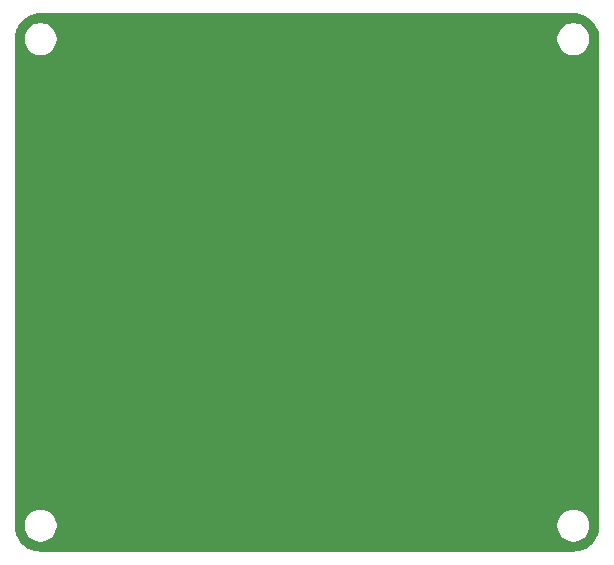
<source format=gbr>
%TF.GenerationSoftware,KiCad,Pcbnew,9.0.5-9.0.5~ubuntu24.04.1*%
%TF.CreationDate,2025-11-03T22:00:50+08:00*%
%TF.ProjectId,TPS,5450532e-6b69-4636-9164-5f7063625858,rev?*%
%TF.SameCoordinates,Original*%
%TF.FileFunction,Copper,L1,Top*%
%TF.FilePolarity,Positive*%
%FSLAX46Y46*%
G04 Gerber Fmt 4.6, Leading zero omitted, Abs format (unit mm)*
G04 Created by KiCad (PCBNEW 9.0.5-9.0.5~ubuntu24.04.1) date 2025-11-03 22:00:50*
%MOMM*%
%LPD*%
G01*
G04 APERTURE LIST*
G04 APERTURE END LIST*
%TA.AperFunction,NonConductor*%
G36*
X85778736Y-29000726D02*
G01*
X86011068Y-29014779D01*
X86019729Y-29015611D01*
X86071126Y-29022377D01*
X86077239Y-29023339D01*
X86279220Y-29060353D01*
X86288960Y-29062547D01*
X86332404Y-29074187D01*
X86337176Y-29075569D01*
X86540605Y-29138961D01*
X86551158Y-29142782D01*
X86578927Y-29154284D01*
X86582340Y-29155757D01*
X86790319Y-29249360D01*
X86803575Y-29256318D01*
X86889020Y-29307971D01*
X87018045Y-29385970D01*
X87030356Y-29394468D01*
X87227636Y-29549027D01*
X87238844Y-29558957D01*
X87416042Y-29736155D01*
X87425972Y-29747363D01*
X87532044Y-29882754D01*
X87580527Y-29944637D01*
X87589033Y-29956960D01*
X87718680Y-30171422D01*
X87725639Y-30184681D01*
X87819229Y-30392632D01*
X87820714Y-30396071D01*
X87832216Y-30423840D01*
X87836040Y-30434401D01*
X87899421Y-30637795D01*
X87900811Y-30642594D01*
X87912451Y-30686038D01*
X87914645Y-30695778D01*
X87951655Y-30897735D01*
X87952625Y-30903902D01*
X87959385Y-30955249D01*
X87960220Y-30963946D01*
X87974274Y-31196263D01*
X87974500Y-31203751D01*
X87974500Y-72382248D01*
X87974274Y-72389736D01*
X87960220Y-72622052D01*
X87959385Y-72630749D01*
X87952625Y-72682096D01*
X87951655Y-72688263D01*
X87914645Y-72890220D01*
X87912451Y-72899960D01*
X87900811Y-72943404D01*
X87899421Y-72948203D01*
X87836040Y-73151597D01*
X87832216Y-73162158D01*
X87820714Y-73189927D01*
X87819229Y-73193366D01*
X87725639Y-73401317D01*
X87718680Y-73414576D01*
X87589033Y-73629039D01*
X87580527Y-73641362D01*
X87425972Y-73838636D01*
X87416042Y-73849844D01*
X87238844Y-74027042D01*
X87227636Y-74036972D01*
X87030362Y-74191527D01*
X87018039Y-74200033D01*
X86803576Y-74329680D01*
X86790317Y-74336639D01*
X86582366Y-74430229D01*
X86578927Y-74431714D01*
X86551158Y-74443216D01*
X86540597Y-74447040D01*
X86337203Y-74510421D01*
X86332404Y-74511811D01*
X86288960Y-74523451D01*
X86279220Y-74525645D01*
X86077263Y-74562655D01*
X86071096Y-74563625D01*
X86019749Y-74570385D01*
X86011052Y-74571220D01*
X85787202Y-74584761D01*
X85778735Y-74585274D01*
X85771249Y-74585500D01*
X40664751Y-74585500D01*
X40657264Y-74585274D01*
X40647971Y-74584711D01*
X40424946Y-74571220D01*
X40416249Y-74570385D01*
X40364902Y-74563625D01*
X40358735Y-74562655D01*
X40156778Y-74525645D01*
X40147038Y-74523451D01*
X40103594Y-74511811D01*
X40098795Y-74510421D01*
X39895401Y-74447040D01*
X39884840Y-74443216D01*
X39857071Y-74431714D01*
X39853632Y-74430229D01*
X39645681Y-74336639D01*
X39632422Y-74329680D01*
X39417960Y-74200033D01*
X39405637Y-74191527D01*
X39208363Y-74036972D01*
X39197155Y-74027042D01*
X39019957Y-73849844D01*
X39010027Y-73838636D01*
X38930008Y-73736500D01*
X38855468Y-73641356D01*
X38846970Y-73629045D01*
X38718242Y-73416104D01*
X38717318Y-73414575D01*
X38710359Y-73401316D01*
X38649365Y-73265792D01*
X38616757Y-73193340D01*
X38615284Y-73189927D01*
X38603782Y-73162158D01*
X38599958Y-73151597D01*
X38581954Y-73093820D01*
X38536569Y-72948176D01*
X38535187Y-72943404D01*
X38523547Y-72899960D01*
X38521353Y-72890220D01*
X38486905Y-72702243D01*
X38484339Y-72688239D01*
X38483377Y-72682126D01*
X38476611Y-72630729D01*
X38475779Y-72622068D01*
X38461726Y-72389736D01*
X38461500Y-72382249D01*
X38461500Y-72279713D01*
X39310500Y-72279713D01*
X39310500Y-72492286D01*
X39341539Y-72688263D01*
X39343754Y-72702243D01*
X39407996Y-72899960D01*
X39409444Y-72904414D01*
X39505951Y-73093820D01*
X39630890Y-73265786D01*
X39781213Y-73416109D01*
X39953179Y-73541048D01*
X39953181Y-73541049D01*
X39953184Y-73541051D01*
X40142588Y-73637557D01*
X40344757Y-73703246D01*
X40554713Y-73736500D01*
X40554714Y-73736500D01*
X40767286Y-73736500D01*
X40767287Y-73736500D01*
X40977243Y-73703246D01*
X41179412Y-73637557D01*
X41368816Y-73541051D01*
X41390789Y-73525086D01*
X41540786Y-73416109D01*
X41540788Y-73416106D01*
X41540792Y-73416104D01*
X41691104Y-73265792D01*
X41691106Y-73265788D01*
X41691109Y-73265786D01*
X41816048Y-73093820D01*
X41816047Y-73093820D01*
X41816051Y-73093816D01*
X41912557Y-72904412D01*
X41978246Y-72702243D01*
X42011500Y-72492287D01*
X42011500Y-72279713D01*
X84424500Y-72279713D01*
X84424500Y-72492286D01*
X84455539Y-72688263D01*
X84457754Y-72702243D01*
X84521996Y-72899960D01*
X84523444Y-72904414D01*
X84619951Y-73093820D01*
X84744890Y-73265786D01*
X84895213Y-73416109D01*
X85067179Y-73541048D01*
X85067181Y-73541049D01*
X85067184Y-73541051D01*
X85256588Y-73637557D01*
X85458757Y-73703246D01*
X85668713Y-73736500D01*
X85668714Y-73736500D01*
X85881286Y-73736500D01*
X85881287Y-73736500D01*
X86091243Y-73703246D01*
X86293412Y-73637557D01*
X86482816Y-73541051D01*
X86504789Y-73525086D01*
X86654786Y-73416109D01*
X86654788Y-73416106D01*
X86654792Y-73416104D01*
X86805104Y-73265792D01*
X86805106Y-73265788D01*
X86805109Y-73265786D01*
X86930048Y-73093820D01*
X86930047Y-73093820D01*
X86930051Y-73093816D01*
X87026557Y-72904412D01*
X87092246Y-72702243D01*
X87125500Y-72492287D01*
X87125500Y-72279713D01*
X87092246Y-72069757D01*
X87026557Y-71867588D01*
X86930051Y-71678184D01*
X86930049Y-71678181D01*
X86930048Y-71678179D01*
X86805109Y-71506213D01*
X86654786Y-71355890D01*
X86482820Y-71230951D01*
X86293414Y-71134444D01*
X86293413Y-71134443D01*
X86293412Y-71134443D01*
X86091243Y-71068754D01*
X86091241Y-71068753D01*
X86091240Y-71068753D01*
X85929957Y-71043208D01*
X85881287Y-71035500D01*
X85668713Y-71035500D01*
X85620042Y-71043208D01*
X85458760Y-71068753D01*
X85256585Y-71134444D01*
X85067179Y-71230951D01*
X84895213Y-71355890D01*
X84744890Y-71506213D01*
X84619951Y-71678179D01*
X84523444Y-71867585D01*
X84457753Y-72069760D01*
X84424500Y-72279713D01*
X42011500Y-72279713D01*
X41978246Y-72069757D01*
X41912557Y-71867588D01*
X41816051Y-71678184D01*
X41816049Y-71678181D01*
X41816048Y-71678179D01*
X41691109Y-71506213D01*
X41540786Y-71355890D01*
X41368820Y-71230951D01*
X41179414Y-71134444D01*
X41179413Y-71134443D01*
X41179412Y-71134443D01*
X40977243Y-71068754D01*
X40977241Y-71068753D01*
X40977240Y-71068753D01*
X40815957Y-71043208D01*
X40767287Y-71035500D01*
X40554713Y-71035500D01*
X40506042Y-71043208D01*
X40344760Y-71068753D01*
X40142585Y-71134444D01*
X39953179Y-71230951D01*
X39781213Y-71355890D01*
X39630890Y-71506213D01*
X39505951Y-71678179D01*
X39409444Y-71867585D01*
X39343753Y-72069760D01*
X39310500Y-72279713D01*
X38461500Y-72279713D01*
X38461500Y-31203750D01*
X38461726Y-31196264D01*
X38467929Y-31093713D01*
X39310500Y-31093713D01*
X39310500Y-31306286D01*
X39343753Y-31516239D01*
X39409444Y-31718414D01*
X39505951Y-31907820D01*
X39630890Y-32079786D01*
X39781213Y-32230109D01*
X39953179Y-32355048D01*
X39953181Y-32355049D01*
X39953184Y-32355051D01*
X40142588Y-32451557D01*
X40344757Y-32517246D01*
X40554713Y-32550500D01*
X40554714Y-32550500D01*
X40767286Y-32550500D01*
X40767287Y-32550500D01*
X40977243Y-32517246D01*
X41179412Y-32451557D01*
X41368816Y-32355051D01*
X41390789Y-32339086D01*
X41540786Y-32230109D01*
X41540788Y-32230106D01*
X41540792Y-32230104D01*
X41691104Y-32079792D01*
X41691106Y-32079788D01*
X41691109Y-32079786D01*
X41816048Y-31907820D01*
X41816047Y-31907820D01*
X41816051Y-31907816D01*
X41912557Y-31718412D01*
X41978246Y-31516243D01*
X42011500Y-31306287D01*
X42011500Y-31093713D01*
X84424500Y-31093713D01*
X84424500Y-31306286D01*
X84457753Y-31516239D01*
X84523444Y-31718414D01*
X84619951Y-31907820D01*
X84744890Y-32079786D01*
X84895213Y-32230109D01*
X85067179Y-32355048D01*
X85067181Y-32355049D01*
X85067184Y-32355051D01*
X85256588Y-32451557D01*
X85458757Y-32517246D01*
X85668713Y-32550500D01*
X85668714Y-32550500D01*
X85881286Y-32550500D01*
X85881287Y-32550500D01*
X86091243Y-32517246D01*
X86293412Y-32451557D01*
X86482816Y-32355051D01*
X86504789Y-32339086D01*
X86654786Y-32230109D01*
X86654788Y-32230106D01*
X86654792Y-32230104D01*
X86805104Y-32079792D01*
X86805106Y-32079788D01*
X86805109Y-32079786D01*
X86930048Y-31907820D01*
X86930047Y-31907820D01*
X86930051Y-31907816D01*
X87026557Y-31718412D01*
X87092246Y-31516243D01*
X87125500Y-31306287D01*
X87125500Y-31093713D01*
X87092246Y-30883757D01*
X87026557Y-30681588D01*
X86930051Y-30492184D01*
X86930049Y-30492181D01*
X86930048Y-30492179D01*
X86805109Y-30320213D01*
X86654786Y-30169890D01*
X86482820Y-30044951D01*
X86293414Y-29948444D01*
X86293413Y-29948443D01*
X86293412Y-29948443D01*
X86091243Y-29882754D01*
X86091241Y-29882753D01*
X86091240Y-29882753D01*
X85929957Y-29857208D01*
X85881287Y-29849500D01*
X85668713Y-29849500D01*
X85620042Y-29857208D01*
X85458760Y-29882753D01*
X85256585Y-29948444D01*
X85067179Y-30044951D01*
X84895213Y-30169890D01*
X84744890Y-30320213D01*
X84619951Y-30492179D01*
X84523444Y-30681585D01*
X84457753Y-30883760D01*
X84424500Y-31093713D01*
X42011500Y-31093713D01*
X41978246Y-30883757D01*
X41912557Y-30681588D01*
X41816051Y-30492184D01*
X41816049Y-30492181D01*
X41816048Y-30492179D01*
X41691109Y-30320213D01*
X41540786Y-30169890D01*
X41368820Y-30044951D01*
X41179414Y-29948444D01*
X41179413Y-29948443D01*
X41179412Y-29948443D01*
X40977243Y-29882754D01*
X40977241Y-29882753D01*
X40977240Y-29882753D01*
X40815957Y-29857208D01*
X40767287Y-29849500D01*
X40554713Y-29849500D01*
X40506042Y-29857208D01*
X40344760Y-29882753D01*
X40142585Y-29948444D01*
X39953179Y-30044951D01*
X39781213Y-30169890D01*
X39630890Y-30320213D01*
X39505951Y-30492179D01*
X39409444Y-30681585D01*
X39343753Y-30883760D01*
X39310500Y-31093713D01*
X38467929Y-31093713D01*
X38475780Y-30963925D01*
X38476610Y-30955275D01*
X38483379Y-30903861D01*
X38484337Y-30897772D01*
X38521355Y-30695769D01*
X38523547Y-30686038D01*
X38525453Y-30678923D01*
X38535195Y-30642564D01*
X38536560Y-30637850D01*
X38599965Y-30434379D01*
X38603777Y-30423853D01*
X38615307Y-30396017D01*
X38616736Y-30392707D01*
X38710367Y-30184666D01*
X38717312Y-30171433D01*
X38846975Y-29956946D01*
X38855462Y-29944650D01*
X39010034Y-29747354D01*
X39019949Y-29736163D01*
X39197163Y-29558949D01*
X39208354Y-29549034D01*
X39405650Y-29394462D01*
X39417946Y-29385975D01*
X39632433Y-29256312D01*
X39645666Y-29249367D01*
X39853707Y-29155736D01*
X39857017Y-29154307D01*
X39884853Y-29142777D01*
X39895379Y-29138965D01*
X40098850Y-29075560D01*
X40103564Y-29074195D01*
X40147038Y-29062547D01*
X40156769Y-29060355D01*
X40358772Y-29023337D01*
X40364861Y-29022379D01*
X40416275Y-29015610D01*
X40424925Y-29014780D01*
X40657264Y-29000726D01*
X40664751Y-29000500D01*
X85771249Y-29000500D01*
X85778736Y-29000726D01*
G37*
%TD.AperFunction*%
M02*

</source>
